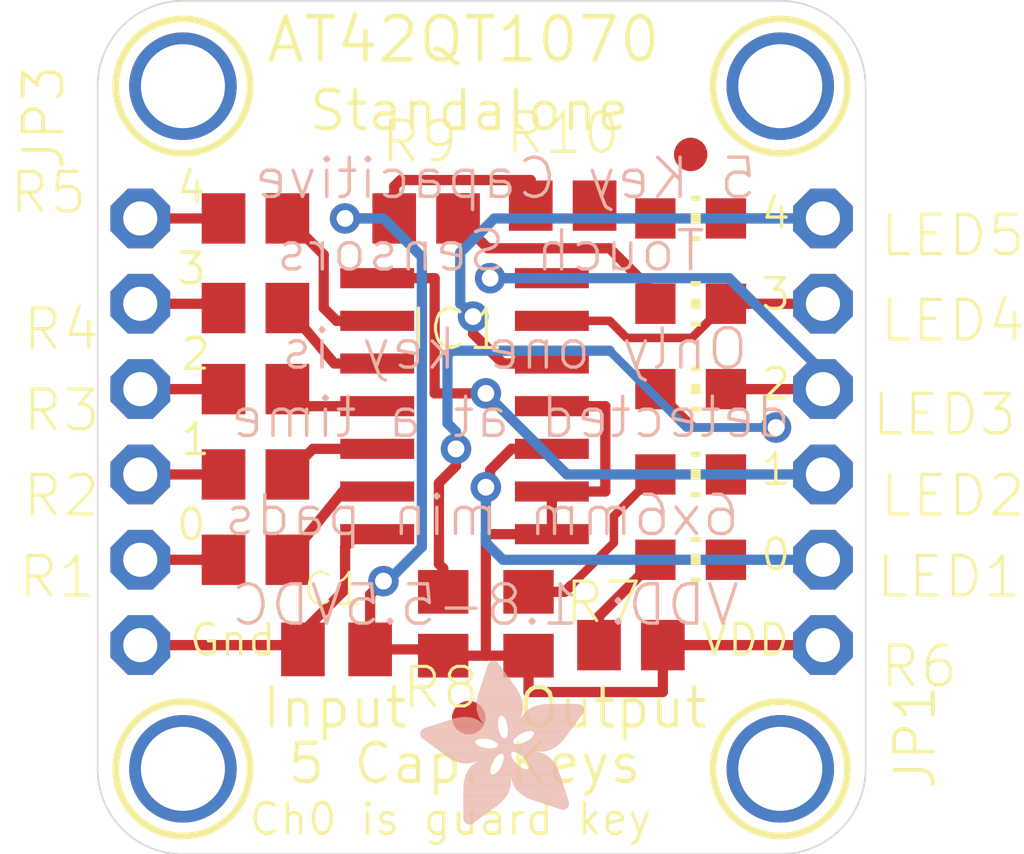
<source format=kicad_pcb>
(kicad_pcb (version 20211014) (generator pcbnew)
  (layers (0 "F.Cu" signal) (31 "B.Cu" signal) (34 "B.Paste" user) (35 "F.Paste" user) (36 "B.SilkS" user "B.Silkscreen") (37 "F.SilkS" user "F.Silkscreen") (38 "B.Mask" user) (39 "F.Mask" user) (44 "Edge.Cuts" user))
  (net 0 "")
  (net 1 "VDD")
  (net 2 "GND")
  (net 3 "N$1")
  (net 4 "N$2")
  (net 5 "N$3")
  (net 6 "N$4")
  (net 7 "N$5")
  (net 8 "GO")
  (net 9 "OUT1")
  (net 10 "OUT2")
  (net 11 "OUT3")
  (net 12 "OUT4")
  (net 13 "N$11")
  (net 14 "N$12")
  (net 15 "N$13")
  (net 16 "N$14")
  (net 17 "N$15")
  (net 18 "N$6")
  (net 19 "N$7")
  (net 20 "N$8")
  (net 21 "N$9")
  (net 22 "N$10")
  (footprint "boardEagle:MOUNTINGHOLE_2.5_PLATED" (layer "F.Cu") (at 139.611099 115.1636)
    (fp_text reference "U$3" hide)
    (fp_text value "MOUNTINGHOLE2.5" hide)
    (pad "P$1" thru_hole circle (at 0 0) (size 3.2 3.2) (drill 2.5) (layers *.Cu *.Mask))
  )
  (footprint "boardEagle:1X06-CLEANBIG" (layer "F.Cu") (at 138.341099 105.1306 -90)
    (fp_text reference "JP3" (at -10.9982 2.8702 90) (layer "F.SilkS") (effects (font (size 1.1557 1.1557) (thickness 0.1143)) (justify right)))
    (fp_text value "")
    (pad "1" thru_hole roundrect (at -6.35 0) (size 1.778 1.778) (drill 1.016) (layers *.Cu *.Mask) (chamfer_ratio 0.2928932188) (chamfer top_left top_right bottom_left bottom_right) (net 22 "N$10"))
    (pad "2" thru_hole roundrect (at -3.81 0) (size 1.778 1.778) (drill 1.016) (layers *.Cu *.Mask) (chamfer_ratio 0.2928932188) (chamfer top_left top_right bottom_left bottom_right) (net 21 "N$9"))
    (pad "3" thru_hole roundrect (at -1.27 0) (size 1.778 1.778) (drill 1.016) (layers *.Cu *.Mask) (chamfer_ratio 0.2928932188) (chamfer top_left top_right bottom_left bottom_right) (net 20 "N$8"))
    (pad "4" thru_hole roundrect (at 1.27 0) (size 1.778 1.778) (drill 1.016) (layers *.Cu *.Mask) (chamfer_ratio 0.2928932188) (chamfer top_left top_right bottom_left bottom_right) (net 19 "N$7"))
    (pad "5" thru_hole roundrect (at 3.81 0) (size 1.778 1.778) (drill 1.016) (layers *.Cu *.Mask) (chamfer_ratio 0.2928932188) (chamfer top_left top_right bottom_left bottom_right) (net 18 "N$6"))
    (pad "6" thru_hole roundrect (at 6.35 0) (size 1.778 1.778) (drill 1.016) (layers *.Cu *.Mask) (chamfer_ratio 0.2928932188) (chamfer top_left top_right bottom_left bottom_right) (net 2 "GND"))
  )
  (footprint "boardEagle:R0805" (layer "F.Cu") (at 141.770099 98.7806)
    (fp_text reference "R5" (at -4.953 -0.762) (layer "F.SilkS") (effects (font (size 1.176528 1.176528) (thickness 0.093472)) (justify right)))
    (fp_text value "10K")
    (pad "1" smd rect (at -0.95 0) (size 1.3 1.5) (layers "F.Cu" "F.Paste" "F.Mask") (net 22 "N$10"))
    (pad "2" smd rect (at 0.95 0) (size 1.3 1.5) (layers "F.Cu" "F.Paste" "F.Mask") (net 7 "N$5"))
  )
  (footprint "boardEagle:R0805" (layer "F.Cu") (at 146.850099 98.7806 180)
    (fp_text reference "R9" (at -1.016 2.286) (layer "F.SilkS") (effects (font (size 1.176528 1.176528) (thickness 0.093472)) (justify right)))
    (fp_text value "470")
    (pad "1" smd rect (at -0.95 0 180) (size 1.3 1.5) (layers "F.Cu" "F.Paste" "F.Mask") (net 16 "N$14"))
    (pad "2" smd rect (at 0.95 0 180) (size 1.3 1.5) (layers "F.Cu" "F.Paste" "F.Mask") (net 1 "VDD"))
  )
  (footprint "boardEagle:R0805" (layer "F.Cu") (at 141.770099 106.4006)
    (fp_text reference "R2" (at -6.985 0.635) (layer "F.SilkS") (effects (font (size 1.176528 1.176528) (thickness 0.093472)) (justify left)))
    (fp_text value "10K")
    (pad "1" smd rect (at -0.95 0) (size 1.3 1.5) (layers "F.Cu" "F.Paste" "F.Mask") (net 19 "N$7"))
    (pad "2" smd rect (at 0.95 0) (size 1.3 1.5) (layers "F.Cu" "F.Paste" "F.Mask") (net 4 "N$2"))
  )
  (footprint "boardEagle:R0805" (layer "F.Cu") (at 147.358099 110.8456 -90)
    (fp_text reference "R8" (at 1.905 -1.143) (layer "F.SilkS") (effects (font (size 1.176528 1.176528) (thickness 0.093472)) (justify right)))
    (fp_text value "470")
    (pad "1" smd rect (at -0.95 0 270) (size 1.3 1.5) (layers "F.Cu" "F.Paste" "F.Mask") (net 15 "N$13"))
    (pad "2" smd rect (at 0.95 0 270) (size 1.3 1.5) (layers "F.Cu" "F.Paste" "F.Mask") (net 1 "VDD"))
  )
  (footprint "boardEagle:SO14" (layer "F.Cu") (at 147.993099 104.3686 90)
    (fp_text reference "IC1" (at 2.286 1.27) (layer "F.SilkS") (effects (font (size 1.176528 1.176528) (thickness 0.093472)) (justify right)))
    (fp_text value "AT42QT1070-SSU")
    (pad "1" smd rect (at -3.81 2.6 90) (size 0.6 2.2) (layers "F.Cu" "F.Paste" "F.Mask") (net 1 "VDD"))
    (pad "2" smd rect (at -2.54 2.6 90) (size 0.6 2.2) (layers "F.Cu" "F.Paste" "F.Mask") (net 1 "VDD"))
    (pad "3" smd rect (at -1.27 2.6 90) (size 0.6 2.2) (layers "F.Cu" "F.Paste" "F.Mask") (net 8 "GO"))
    (pad "4" smd rect (at 0 2.6 90) (size 0.6 2.2) (layers "F.Cu" "F.Paste" "F.Mask") (net 1 "VDD"))
    (pad "5" smd rect (at 1.27 2.6 90) (size 0.6 2.2) (layers "F.Cu" "F.Paste" "F.Mask") (net 12 "OUT4"))
    (pad "6" smd rect (at 2.54 2.6 90) (size 0.6 2.2) (layers "F.Cu" "F.Paste" "F.Mask") (net 11 "OUT3"))
    (pad "7" smd rect (at 3.81 2.6 90) (size 0.6 2.2) (layers "F.Cu" "F.Paste" "F.Mask") (net 10 "OUT2"))
    (pad "8" smd rect (at 3.81 -2.6 90) (size 0.6 2.2) (layers "F.Cu" "F.Paste" "F.Mask") (net 9 "OUT1"))
    (pad "9" smd rect (at 2.54 -2.6 90) (size 0.6 2.2) (layers "F.Cu" "F.Paste" "F.Mask") (net 7 "N$5"))
    (pad "10" smd rect (at 1.27 -2.6 90) (size 0.6 2.2) (layers "F.Cu" "F.Paste" "F.Mask") (net 6 "N$4"))
    (pad "11" smd rect (at 0 -2.6 90) (size 0.6 2.2) (layers "F.Cu" "F.Paste" "F.Mask") (net 5 "N$3"))
    (pad "12" smd rect (at -1.27 -2.6 90) (size 0.6 2.2) (layers "F.Cu" "F.Paste" "F.Mask") (net 4 "N$2"))
    (pad "13" smd rect (at -2.54 -2.6 90) (size 0.6 2.2) (layers "F.Cu" "F.Paste" "F.Mask") (net 3 "N$1"))
    (pad "14" smd rect (at -3.81 -2.6 90) (size 0.6 2.2) (layers "F.Cu" "F.Paste" "F.Mask") (net 2 "GND"))
  )
  (footprint "boardEagle:CHIP-LED0805" (layer "F.Cu") (at 154.724099 98.7806 -90)
    (fp_text reference "LED5" (at 0.508 -5.588) (layer "F.SilkS") (effects (font (size 1.176528 1.176528) (thickness 0.093472)) (justify left)))
    (fp_text value "")
    (pad "A" smd rect (at 0 1.05 270) (size 1.2 1.2) (layers "F.Cu" "F.Paste" "F.Mask") (net 17 "N$15"))
    (pad "C" smd rect (at 0 -1.05 270) (size 1.2 1.2) (layers "F.Cu" "F.Paste" "F.Mask") (net 12 "OUT4"))
  )
  (footprint "boardEagle:CHIP-LED0805" (layer "F.Cu") (at 154.724099 106.4006 -90)
    (fp_text reference "LED2" (at 0.635 -5.588) (layer "F.SilkS") (effects (font (size 1.176528 1.176528) (thickness 0.093472)) (justify left)))
    (fp_text value "")
    (pad "A" smd rect (at 0 1.05 270) (size 1.2 1.2) (layers "F.Cu" "F.Paste" "F.Mask") (net 14 "N$12"))
    (pad "C" smd rect (at 0 -1.05 270) (size 1.2 1.2) (layers "F.Cu" "F.Paste" "F.Mask") (net 9 "OUT1"))
  )
  (footprint "boardEagle:MOUNTINGHOLE_2.5_PLATED" (layer "F.Cu") (at 139.611099 94.8436)
    (fp_text reference "U$1" hide)
    (fp_text value "MOUNTINGHOLE2.5" hide)
    (pad "P$1" thru_hole circle (at 0 0) (size 3.2 3.2) (drill 2.5) (layers *.Cu *.Mask))
  )
  (footprint "boardEagle:R0805" (layer "F.Cu") (at 150.914099 98.3996 180)
    (fp_text reference "R10" (at -1.778 2.159) (layer "F.SilkS") (effects (font (size 1.176528 1.176528) (thickness 0.093472)) (justify right)))
    (fp_text value "470")
    (pad "1" smd rect (at -0.95 0 180) (size 1.3 1.5) (layers "F.Cu" "F.Paste" "F.Mask") (net 17 "N$15"))
    (pad "2" smd rect (at 0.95 0 180) (size 1.3 1.5) (layers "F.Cu" "F.Paste" "F.Mask") (net 1 "VDD"))
  )
  (footprint "boardEagle:CHIP-LED0805" (layer "F.Cu") (at 154.724099 101.3206 -90)
    (fp_text reference "LED4" (at 0.508 -5.588) (layer "F.SilkS") (effects (font (size 1.176528 1.176528) (thickness 0.093472)) (justify left)))
    (fp_text value "")
    (pad "A" smd rect (at 0 1.05 270) (size 1.2 1.2) (layers "F.Cu" "F.Paste" "F.Mask") (net 16 "N$14"))
    (pad "C" smd rect (at 0 -1.05 270) (size 1.2 1.2) (layers "F.Cu" "F.Paste" "F.Mask") (net 11 "OUT3"))
  )
  (footprint "boardEagle:1X06-CLEANBIG" (layer "F.Cu") (at 158.661099 105.1306 90)
    (fp_text reference "JP1" (at -10.7442 2.7432 90) (layer "F.SilkS") (effects (font (size 1.1557 1.1557) (thickness 0.1143)) (justify left)))
    (fp_text value "")
    (pad "1" thru_hole roundrect (at -6.35 0 180) (size 1.778 1.778) (drill 1.016) (layers *.Cu *.Mask) (chamfer_ratio 0.2928932188) (chamfer top_left top_right bottom_left bottom_right) (net 1 "VDD"))
    (pad "2" thru_hole roundrect (at -3.81 0 180) (size 1.778 1.778) (drill 1.016) (layers *.Cu *.Mask) (chamfer_ratio 0.2928932188) (chamfer top_left top_right bottom_left bottom_right) (net 8 "GO"))
    (pad "3" thru_hole roundrect (at -1.27 0 180) (size 1.778 1.778) (drill 1.016) (layers *.Cu *.Mask) (chamfer_ratio 0.2928932188) (chamfer top_left top_right bottom_left bottom_right) (net 9 "OUT1"))
    (pad "4" thru_hole roundrect (at 1.27 0 180) (size 1.778 1.778) (drill 1.016) (layers *.Cu *.Mask) (chamfer_ratio 0.2928932188) (chamfer top_left top_right bottom_left bottom_right) (net 10 "OUT2"))
    (pad "5" thru_hole roundrect (at 3.81 0 180) (size 1.778 1.778) (drill 1.016) (layers *.Cu *.Mask) (chamfer_ratio 0.2928932188) (chamfer top_left top_right bottom_left bottom_right) (net 11 "OUT3"))
    (pad "6" thru_hole roundrect (at 6.35 0 180) (size 1.778 1.778) (drill 1.016) (layers *.Cu *.Mask) (chamfer_ratio 0.2928932188) (chamfer top_left top_right bottom_left bottom_right) (net 12 "OUT4"))
  )
  (footprint "boardEagle:MOUNTINGHOLE_2.5_PLATED" (layer "F.Cu") (at 157.391099 115.1636)
    (fp_text reference "U$4" hide)
    (fp_text value "MOUNTINGHOLE2.5" hide)
    (pad "P$1" thru_hole circle (at 0 0) (size 3.2 3.2) (drill 2.5) (layers *.Cu *.Mask))
  )
  (footprint "boardEagle:R0805" (layer "F.Cu") (at 141.770099 108.9406)
    (fp_text reference "R1" (at -7.112 0.508) (layer "F.SilkS") (effects (font (size 1.176528 1.176528) (thickness 0.093472)) (justify left)))
    (fp_text value "10K")
    (pad "1" smd rect (at -0.95 0) (size 1.3 1.5) (layers "F.Cu" "F.Paste" "F.Mask") (net 18 "N$6"))
    (pad "2" smd rect (at 0.95 0) (size 1.3 1.5) (layers "F.Cu" "F.Paste" "F.Mask") (net 3 "N$1"))
  )
  (footprint "boardEagle:R0805" (layer "F.Cu") (at 152.946099 111.4806)
    (fp_text reference "R6" (at 7.366 0.635) (layer "F.SilkS") (effects (font (size 1.176528 1.176528) (thickness 0.093472)) (justify left)))
    (fp_text value "470")
    (pad "1" smd rect (at -0.95 0) (size 1.3 1.5) (layers "F.Cu" "F.Paste" "F.Mask") (net 13 "N$11"))
    (pad "2" smd rect (at 0.95 0) (size 1.3 1.5) (layers "F.Cu" "F.Paste" "F.Mask") (net 1 "VDD"))
  )
  (footprint "boardEagle:CHIP-LED0805" (layer "F.Cu") (at 154.724099 103.8606 -90)
    (fp_text reference "LED3" (at 0.762 -5.334) (layer "F.SilkS") (effects (font (size 1.176528 1.176528) (thickness 0.093472)) (justify left)))
    (fp_text value "")
    (pad "A" smd rect (at 0 1.05 270) (size 1.2 1.2) (layers "F.Cu" "F.Paste" "F.Mask") (net 15 "N$13"))
    (pad "C" smd rect (at 0 -1.05 270) (size 1.2 1.2) (layers "F.Cu" "F.Paste" "F.Mask") (net 10 "OUT2"))
  )
  (footprint "boardEagle:R0805" (layer "F.Cu") (at 149.898099 110.8456 -90)
    (fp_text reference "R7" (at -0.635 -1.016) (layer "F.SilkS") (effects (font (size 1.176528 1.176528) (thickness 0.093472)) (justify left)))
    (fp_text value "470")
    (pad "1" smd rect (at -0.95 0 270) (size 1.3 1.5) (layers "F.Cu" "F.Paste" "F.Mask") (net 14 "N$12"))
    (pad "2" smd rect (at 0.95 0 270) (size 1.3 1.5) (layers "F.Cu" "F.Paste" "F.Mask") (net 1 "VDD"))
  )
  (footprint "boardEagle:CHIP-LED0805" (layer "F.Cu") (at 154.724099 108.9406 -90)
    (fp_text reference "LED1" (at 0.508 -5.461) (layer "F.SilkS") (effects (font (size 1.176528 1.176528) (thickness 0.093472)) (justify left)))
    (fp_text value "")
    (pad "A" smd rect (at 0 1.05 270) (size 1.2 1.2) (layers "F.Cu" "F.Paste" "F.Mask") (net 13 "N$11"))
    (pad "C" smd rect (at 0 -1.05 270) (size 1.2 1.2) (layers "F.Cu" "F.Paste" "F.Mask") (net 8 "GO"))
  )
  (footprint "boardEagle:C0805K" (layer "F.Cu") (at 144.183099 111.6076 180)
    (fp_text reference "C1" (at -0.873 1.792) (layer "F.SilkS") (effects (font (size 0.941222 0.941222) (thickness 0.074778)) (justify right)))
    (fp_text value "0.1uF")
    (pad "1" smd rect (at -1 0 180) (size 1.3 1.6) (layers "F.Cu" "F.Paste" "F.Mask") (net 1 "VDD"))
    (pad "2" smd rect (at 1 0 180) (size 1.3 1.6) (layers "F.Cu" "F.Paste" "F.Mask") (net 2 "GND"))
  )
  (footprint "boardEagle:FIDUCIAL_1MM" (layer "F.Cu") (at 154.724099 96.8756)
    (fp_text reference "FID1" hide)
    (fp_text value "FIDUCIAL\"\"" hide)
    (pad "1" smd roundrect (at 0 0) (size 1 1) (layers "F.Cu" "F.Mask") (roundrect_rratio 0.5))
  )
  (footprint "boardEagle:R0805" (layer "F.Cu") (at 141.770099 101.4476)
    (fp_text reference "R4" (at -6.985 0.635) (layer "F.SilkS") (effects (font (size 1.176528 1.176528) (thickness 0.093472)) (justify left)))
    (fp_text value "10K")
    (pad "1" smd rect (at -0.95 0) (size 1.3 1.5) (layers "F.Cu" "F.Paste" "F.Mask") (net 21 "N$9"))
    (pad "2" smd rect (at 0.95 0) (size 1.3 1.5) (layers "F.Cu" "F.Paste" "F.Mask") (net 6 "N$4"))
  )
  (footprint "boardEagle:FIDUCIAL_1MM" (layer "F.Cu") (at 148.120099 113.6396)
    (fp_text reference "FID2" hide)
    (fp_text value "FIDUCIAL\"\"" hide)
    (pad "1" smd roundrect (at 0 0) (size 1 1) (layers "F.Cu" "F.Mask") (roundrect_rratio 0.5))
  )
  (footprint "boardEagle:MOUNTINGHOLE_2.5_PLATED" (layer "F.Cu") (at 157.391099 94.8436)
    (fp_text reference "U$2" hide)
    (fp_text value "MOUNTINGHOLE2.5" hide)
    (pad "P$1" thru_hole circle (at 0 0) (size 3.2 3.2) (drill 2.5) (layers *.Cu *.Mask))
  )
  (footprint "boardEagle:R0805" (layer "F.Cu") (at 141.770099 103.8606)
    (fp_text reference "R3" (at -6.985 0.635) (layer "F.SilkS") (effects (font (size 1.176528 1.176528) (thickness 0.093472)) (justify left)))
    (fp_text value "10K")
    (pad "1" smd rect (at -0.95 0) (size 1.3 1.5) (layers "F.Cu" "F.Paste" "F.Mask") (net 20 "N$8"))
    (pad "2" smd rect (at 0.95 0) (size 1.3 1.5) (layers "F.Cu" "F.Paste" "F.Mask") (net 5 "N$3"))
  )
  (footprint "boardEagle:ADAFRUIT_5MM" (layer "B.Cu") (at 151.549099 116.8146 180)
    (fp_text reference "U$6" hide)
    (fp_text value "" hide)
  )
  (gr_arc (start 157.391099 92.3036) (mid 159.18715 93.047549) (end 159.931099 94.8436) (layer "Edge.Cuts") (width 0.05))
  (gr_line (start 157.391099 92.3036) (end 139.611099 92.3036) (layer "Edge.Cuts") (width 0.05))
  (gr_line (start 139.611099 117.7036) (end 157.391099 117.7036) (layer "Edge.Cuts") (width 0.05))
  (gr_line (start 159.931099 115.1636) (end 159.931099 94.8436) (layer "Edge.Cuts") (width 0.05))
  (gr_line (start 137.071099 94.8436) (end 137.071099 115.1636) (layer "Edge.Cuts") (width 0.05))
  (gr_arc (start 139.6111 117.703599) (mid 137.815048 116.959651) (end 137.071099 115.1636) (layer "Edge.Cuts") (width 0.05))
  (gr_arc (start 137.071099 94.8436) (mid 137.815048 93.047549) (end 139.611099 92.3036) (layer "Edge.Cuts") (width 0.05))
  (gr_arc (start 159.9311 115.163599) (mid 159.187151 116.959651) (end 157.391099 117.7036) (layer "Edge.Cuts") (width 0.05))
  (gr_text "5 Key Capacitive" (at 156.756099 98.2726) (layer "B.SilkS") (effects (font (size 1.1684 1.1684) (thickness 0.1016)) (justify left bottom mirror)))
  (gr_text "VDD: 1.8-5.5VDC" (at 156.248099 110.9726) (layer "B.SilkS") (effects (font (size 1.1684 1.1684) (thickness 0.1016)) (justify left bottom mirror)))
  (gr_text "Only one key is" (at 156.502099 103.3526) (layer "B.SilkS") (effects (font (size 1.1684 1.1684) (thickness 0.1016)) (justify left bottom mirror)))
  (gr_text "detected at a time" (at 157.772099 105.3846) (layer "B.SilkS") (effects (font (size 1.1684 1.1684) (thickness 0.1016)) (justify left bottom mirror)))
  (gr_text "6x6mm min pads" (at 156.248099 108.3056) (layer "B.SilkS") (effects (font (size 1.1684 1.1684) (thickness 0.1016)) (justify left bottom mirror)))
  (gr_text "Touch Sensors" (at 155.232099 100.4316) (layer "B.SilkS") (effects (font (size 1.1684 1.1684) (thickness 0.1016)) (justify left bottom mirror)))
  (gr_text "4" (at 156.756099 99.1616) (layer "F.SilkS") (effects (font (size 0.9144 0.9144) (thickness 0.1016)) (justify left bottom)))
  (gr_text "Gnd" (at 139.738099 111.8616) (layer "F.SilkS") (effects (font (size 0.9144 0.9144) (thickness 0.1016)) (justify left bottom)))
  (gr_text "2" (at 139.484099 103.3526) (layer "F.SilkS") (effects (font (size 0.9144 0.9144) (thickness 0.1016)) (justify left bottom)))
  (gr_text "0" (at 139.357099 108.4326) (layer "F.SilkS") (effects (font (size 0.9144 0.9144) (thickness 0.1016)) (justify left bottom)))
  (gr_text "Standalone" (at 143.294099 96.2406) (layer "F.SilkS") (effects (font (size 1.143 1.143) (thickness 0.127)) (justify left bottom)))
  (gr_text "VDD" (at 154.978099 111.8616) (layer "F.SilkS") (effects (font (size 0.9144 0.9144) (thickness 0.1016)) (justify left bottom)))
  (gr_text "0" (at 156.756099 109.3216) (layer "F.SilkS") (effects (font (size 0.9144 0.9144) (thickness 0.1016)) (justify left bottom)))
  (gr_text "AT42QT1070" (at 142.024099 94.2086) (layer "F.SilkS") (effects (font (size 1.28016 1.28016) (thickness 0.14224)) (justify left bottom)))
  (gr_text "5 Cap. Keys" (at 142.659099 115.6716) (layer "F.SilkS") (effects (font (size 1.143 1.143) (thickness 0.127)) (justify left bottom)))
  (gr_text "1" (at 139.484099 105.8926) (layer "F.SilkS") (effects (font (size 0.9144 0.9144) (thickness 0.1016)) (justify left bottom)))
  (gr_text "Input" (at 141.897099 114.0206) (layer "F.SilkS") (effects (font (size 1.143 1.143) (thickness 0.127)) (justify left bottom)))
  (gr_text "Output" (at 149.517099 114.0206) (layer "F.SilkS") (effects (font (size 1.143 1.143) (thickness 0.127)) (justify left bottom)))
  (gr_text "2" (at 156.756099 104.2416) (layer "F.SilkS") (effects (font (size 0.9144 0.9144) (thickness 0.1016)) (justify left bottom)))
  (gr_text "4" (at 139.357099 98.3996) (layer "F.SilkS") (effects (font (size 0.9144 0.9144) (thickness 0.1016)) (justify left bottom)))
  (gr_text "3" (at 156.756099 101.5746) (layer "F.SilkS") (effects (font (size 0.9144 0.9144) (thickness 0.1016)) (justify left bottom)))
  (gr_text "Ch0 is guard key" (at 141.516099 117.1956) (layer "F.SilkS") (effects (font (size 0.9144 0.9144) (thickness 0.1016)) (justify left bottom)))
  (gr_text "1" (at 156.756099 106.7816) (layer "F.SilkS") (effects (font (size 0.9144 0.9144) (thickness 0.1016)) (justify left bottom)))
  (gr_text "3" (at 139.357099 100.8126) (layer "F.SilkS") (effects (font (size 0.9144 0.9144) (thickness 0.1016)) (justify left bottom)))
  (segment (start 149.898099 112.8776) (end 149.898099 111.7956) (width 0.3048) (layer "F.Cu") (net 1))
  (segment (start 152.184099 106.9086) (end 152.184099 104.3686) (width 0.3048) (layer "F.Cu") (net 1))
  (segment (start 153.896099 112.8776) (end 149.898099 112.8776) (width 0.3048) (layer "F.Cu") (net 1))
  (segment (start 148.628099 108.1786) (end 148.628099 111.7956) (width 0.3048) (layer "F.Cu") (net 1))
  (segment (start 147.170099 111.6076) (end 145.183099 111.6076) (width 0.3048) (layer "F.Cu") (net 1))
  (segment (start 145.183099 109.9726) (end 145.183099 111.6076) (width 0.3048) (layer "F.Cu") (net 1))
  (segment (start 153.896099 111.4806) (end 153.896099 112.8776) (width 0.3048) (layer "F.Cu") (net 1))
  (segment (start 147.358099 111.7956) (end 147.170099 111.6076) (width 0.3048) (layer "F.Cu") (net 1))
  (segment (start 145.580099 109.5756) (end 145.183099 109.9726) (width 0.3048) (layer "F.Cu") (net 1))
  (segment (start 150.593099 106.9086) (end 152.184099 106.9086) (width 0.3048) (layer "F.Cu") (net 1))
  (segment (start 147.358099 111.7956) (end 148.628099 111.7956) (width 0.3048) (layer "F.Cu") (net 1))
  (segment (start 150.593099 108.1786) (end 148.628099 108.1786) (width 0.3048) (layer "F.Cu") (net 1))
  (segment (start 149.964099 98.3996) (end 149.964099 97.6376) (width 0.3048) (layer "F.Cu") (net 1))
  (segment (start 152.184099 104.3686) (end 150.593099 104.3686) (width 0.3048) (layer "F.Cu") (net 1))
  (segment (start 150.593099 108.1786) (end 150.593099 106.9086) (width 0.3048) (layer "F.Cu") (net 1))
  (segment (start 149.964099 97.6376) (end 146.088099 97.6376) (width 0.3048) (layer "F.Cu") (net 1))
  (segment (start 144.437099 98.7806) (end 145.900099 98.7806) (width 0.3048) (layer "F.Cu") (net 1))
  (segment (start 146.088099 97.6376) (end 145.900099 97.8256) (width 0.3048) (layer "F.Cu") (net 1))
  (segment (start 153.896099 111.4806) (end 158.661099 111.4806) (width 0.3048) (layer "F.Cu") (net 1))
  (segment (start 145.900099 97.8256) (end 145.900099 98.7806) (width 0.3048) (layer "F.Cu") (net 1))
  (segment (start 148.628099 111.7956) (end 149.898099 111.7956) (width 0.3048) (layer "F.Cu") (net 1))
  (via (at 144.437099 98.7806) (size 0.9064) (drill 0.5) (layers "F.Cu" "B.Cu") (net 1))
  (via (at 145.580099 109.5756) (size 0.9064) (drill 0.5) (layers "F.Cu" "B.Cu") (net 1))
  (segment (start 146.723099 99.9236) (end 145.580099 98.7806) (width 0.3048) (layer "B.Cu") (net 1))
  (segment (start 145.580099 98.7806) (end 144.437099 98.7806) (width 0.3048) (layer "B.Cu") (net 1))
  (segment (start 145.707099 109.5756) (end 145.580099 109.5756) (width 0.3048) (layer "B.Cu") (net 1))
  (segment (start 146.723099 99.9236) (end 146.723099 108.5596) (width 0.3048) (layer "B.Cu") (net 1))
  (segment (start 146.723099 108.5596) (end 145.707099 109.5756) (width 0.3048) (layer "B.Cu") (net 1))
  (segment (start 143.183099 111.4806) (end 138.341099 111.4806) (width 0.3048) (layer "F.Cu") (net 2))
  (segment (start 144.437099 109.8296) (end 144.437099 108.5596) (width 0.3048) (layer "F.Cu") (net 2))
  (segment (start 143.183099 111.4806) (end 143.183099 111.6076) (width 0.3048) (layer "F.Cu") (net 2))
  (segment (start 144.437099 108.5596) (end 144.818099 108.1786) (width 0.3048) (layer "F.Cu") (net 2))
  (segment (start 144.437099 109.8296) (end 143.294099 110.9726) (width 0.3048) (layer "F.Cu") (net 2))
  (segment (start 145.393099 108.1786) (end 145.580099 108.1786) (width 0.3048) (layer "F.Cu") (net 2))
  (segment (start 143.294099 111.4966) (end 143.183099 111.6076) (width 0.3048) (layer "F.Cu") (net 2))
  (segment (start 144.818099 108.1786) (end 145.393099 108.1786) (width 0.3048) (layer "F.Cu") (net 2))
  (segment (start 143.294099 110.9726) (end 143.294099 111.4966) (width 0.3048) (layer "F.Cu") (net 2))
  (segment (start 144.371099 106.9086) (end 142.720099 108.9406) (width 0.3048) (layer "F.Cu") (net 3))
  (segment (start 145.393099 106.9086) (end 144.371099 106.9086) (width 0.3048) (layer "F.Cu") (net 3))
  (segment (start 145.393099 105.6386) (end 143.482099 105.6386) (width 0.3048) (layer "F.Cu") (net 4))
  (segment (start 143.482099 105.6386) (end 142.720099 106.4006) (width 0.3048) (layer "F.Cu") (net 4))
  (segment (start 142.720099 103.8606) (end 143.228099 104.3686) (width 0.3048) (layer "F.Cu") (net 5))
  (segment (start 143.228099 104.3686) (end 145.393099 104.3686) (width 0.3048) (layer "F.Cu") (net 5))
  (segment (start 145.393099 103.0986) (end 144.117099 103.0986) (width 0.3048) (layer "F.Cu") (net 6))
  (segment (start 144.117099 103.0986) (end 142.720099 101.4476) (width 0.3048) (layer "F.Cu") (net 6))
  (segment (start 143.802099 99.8626) (end 142.720099 98.7806) (width 0.3048) (layer "F.Cu") (net 7))
  (segment (start 144.183099 101.8286) (end 143.802099 101.4476) (width 0.3048) (layer "F.Cu") (net 7))
  (segment (start 145.393099 101.8286) (end 144.183099 101.8286) (width 0.3048) (layer "F.Cu") (net 7))
  (segment (start 143.802099 101.4476) (end 143.802099 99.8626) (width 0.3048) (layer "F.Cu") (net 7))
  (segment (start 148.755099 106.2736) (end 148.755099 106.6546) (width 0.3048) (layer "F.Cu") (net 8))
  (segment (start 150.593099 105.6386) (end 149.390099 105.6386) (width 0.3048) (layer "F.Cu") (net 8))
  (segment (start 155.774099 108.9406) (end 158.661099 108.9406) (width 0.254) (layer "F.Cu") (net 8))
  (segment (start 149.390099 105.6386) (end 148.755099 106.2736) (width 0.3048) (layer "F.Cu") (net 8))
  (segment (start 148.755099 106.6546) (end 148.628099 106.7816) (width 0.3048) (layer "F.Cu") (net 8))
  (via (at 148.628099 106.7816) (size 0.9064) (drill 0.5) (layers "F.Cu" "B.Cu") (net 8))
  (segment (start 149.136099 108.9406) (end 158.661099 108.9406) (width 0.3048) (layer "B.Cu") (net 8))
  (segment (start 148.628099 108.4326) (end 149.136099 108.9406) (width 0.3048) (layer "B.Cu") (net 8))
  (segment (start 158.153099 108.9746) (end 158.187099 108.9406) (width 0.3048) (layer "B.Cu") (net 8))
  (segment (start 148.628099 106.7816) (end 148.628099 108.4326) (width 0.3048) (layer "B.Cu") (net 8))
  (segment (start 158.534099 109.0676) (end 158.661099 108.9406) (width 0.3048) (layer "B.Cu") (net 8))
  (segment (start 158.187099 108.9406) (end 158.661099 108.9406) (width 0.3048) (layer "B.Cu") (net 8))
  (segment (start 155.774099 106.4006) (end 158.661099 106.4006) (width 0.254) (layer "F.Cu") (net 9))
  (segment (start 145.393099 100.5586) (end 147.104099 100.5586) (width 0.3048) (layer "F.Cu") (net 9))
  (segment (start 147.104099 100.5586) (end 147.104099 103.9876) (width 0.3048) (layer "F.Cu") (net 9))
  (segment (start 147.104099 103.9876) (end 148.628099 103.9876) (width 0.3048) (layer "F.Cu") (net 9))
  (via (at 148.628099 103.9876) (size 0.9064) (drill 0.5) (layers "F.Cu" "B.Cu") (net 9))
  (segment (start 151.041099 106.4006) (end 148.628099 103.9876) (width 0.3048) (layer "B.Cu") (net 9))
  (segment (start 151.041099 106.4006) (end 158.661099 106.4006) (width 0.3048) (layer "B.Cu") (net 9))
  (segment (start 155.774099 103.8606) (end 158.661099 103.8606) (width 0.3048) (layer "F.Cu") (net 10))
  (segment (start 150.593099 100.5586) (end 148.755099 100.5586) (width 0.3048) (layer "F.Cu") (net 10))
  (via (at 148.755099 100.5586) (size 0.9064) (drill 0.5) (layers "F.Cu" "B.Cu") (net 10))
  (segment (start 155.867099 100.5586) (end 158.661099 103.3526) (width 0.3048) (layer "B.Cu") (net 10))
  (segment (start 148.755099 100.5586) (end 155.867099 100.5586) (width 0.3048) (layer "B.Cu") (net 10))
  (segment (start 158.661099 103.3526) (end 158.661099 103.8606) (width 0.3048) (layer "B.Cu") (net 10))
  (segment (start 154.758099 102.3366) (end 152.819099 102.3366) (width 0.254) (layer "F.Cu") (net 11))
  (segment (start 152.311099 101.8286) (end 150.593099 101.8286) (width 0.254) (layer "F.Cu") (net 11))
  (segment (start 155.774099 101.3206) (end 154.758099 102.3366) (width 0.254) (layer "F.Cu") (net 11))
  (segment (start 152.819099 102.3366) (end 152.311099 101.8286) (width 0.254) (layer "F.Cu") (net 11))
  (segment (start 155.774099 101.3206) (end 158.661099 101.3206) (width 0.3048) (layer "F.Cu") (net 11))
  (segment (start 149.136099 103.0986) (end 148.247099 102.2096) (width 0.3048) (layer "F.Cu") (net 12))
  (segment (start 148.247099 102.2096) (end 148.247099 101.7016) (width 0.3048) (layer "F.Cu") (net 12))
  (segment (start 155.774099 98.7806) (end 158.661099 98.7806) (width 0.3048) (layer "F.Cu") (net 12))
  (segment (start 149.136099 103.0986) (end 150.593099 103.0986) (width 0.3048) (layer "F.Cu") (net 12))
  (via (at 148.247099 101.7016) (size 0.9064) (drill 0.5) (layers "F.Cu" "B.Cu") (net 12))
  (segment (start 148.882099 98.7806) (end 147.866099 99.7966) (width 0.3048) (layer "B.Cu") (net 12))
  (segment (start 147.866099 99.7966) (end 147.866099 101.3206) (width 0.3048) (layer "B.Cu") (net 12))
  (segment (start 147.866099 101.3206) (end 148.247099 101.7016) (width 0.3048) (layer "B.Cu") (net 12))
  (segment (start 148.882099 98.7806) (end 158.661099 98.7806) (width 0.3048) (layer "B.Cu") (net 12))
  (segment (start 151.996099 110.6186) (end 151.996099 111.4806) (width 0.3048) (layer "F.Cu") (net 13))
  (segment (start 153.674099 108.9406) (end 151.996099 110.6186) (width 0.3048) (layer "F.Cu") (net 13))
  (segment (start 150.975099 109.8956) (end 149.898099 109.8956) (width 0.3048) (layer "F.Cu") (net 14))
  (segment (start 152.438099 108.4326) (end 151.168099 109.7026) (width 0.254) (layer "F.Cu") (net 14))
  (segment (start 151.168099 109.7026) (end 150.975099 109.8956) (width 0.3048) (layer "F.Cu") (net 14))
  (segment (start 153.674099 106.4006) (end 152.438099 107.6366) (width 0.254) (layer "F.Cu") (net 14))
  (segment (start 152.438099 107.6366) (end 152.438099 108.4326) (width 0.254) (layer "F.Cu") (net 14))
  (segment (start 147.231099 106.6546) (end 147.231099 109.0676) (width 0.3048) (layer "F.Cu") (net 15))
  (segment (start 147.358099 109.1946) (end 147.358099 109.8956) (width 0.3048) (layer "F.Cu") (net 15))
  (segment (start 147.739099 106.1466) (end 147.231099 106.6546) (width 0.3048) (layer "F.Cu") (net 15))
  (segment (start 147.231099 109.0676) (end 147.358099 109.1946) (width 0.3048) (layer "F.Cu") (net 15))
  (segment (start 147.739099 106.1466) (end 147.739099 105.6386) (width 0.3048) (layer "F.Cu") (net 15))
  (segment (start 157.264099 105.0036) (end 154.817099 105.0036) (width 0.254) (layer "F.Cu") (net 15))
  (segment (start 154.817099 105.0036) (end 153.674099 103.8606) (width 0.254) (layer "F.Cu") (net 15))
  (via (at 147.739099 105.6386) (size 0.9064) (drill 0.5) (layers "F.Cu" "B.Cu") (net 15))
  (via (at 157.264099 105.0036) (size 0.9064) (drill 0.5) (layers "F.Cu" "B.Cu") (net 15))
  (segment (start 154.597099 105.0036) (end 157.264099 105.0036) (width 0.254) (layer "B.Cu") (net 15))
  (segment (start 152.311099 102.7176) (end 154.597099 105.0036) (width 0.254) (layer "B.Cu") (net 15))
  (segment (start 147.612099 102.7176) (end 147.485099 102.8446) (width 0.3048) (layer "B.Cu") (net 15))
  (segment (start 147.739099 105.1306) (end 147.739099 105.6386) (width 0.3048) (layer "B.Cu") (net 15))
  (segment (start 152.311099 102.7176) (end 147.612099 102.7176) (width 0.3048) (layer "B.Cu") (net 15))
  (segment (start 147.485099 102.8446) (end 147.485099 104.8766) (width 0.3048) (layer "B.Cu") (net 15))
  (segment (start 147.485099 104.8766) (end 147.739099 105.1306) (width 0.3048) (layer "B.Cu") (net 15))
  (segment (start 152.311099 99.6696) (end 153.674099 101.0326) (width 0.3048) (layer "F.Cu") (net 16))
  (segment (start 148.689099 99.6696) (end 152.311099 99.6696) (width 0.3048) (layer "F.Cu") (net 16))
  (segment (start 153.674099 101.0326) (end 153.674099 101.3206) (width 0.3048) (layer "F.Cu") (net 16))
  (segment (start 147.800099 98.7806) (end 148.689099 99.6696) (width 0.3048) (layer "F.Cu") (net 16))
  (segment (start 151.864099 98.3996) (end 152.245099 98.7806) (width 0.3048) (layer "F.Cu") (net 17))
  (segment (start 152.245099 98.7806) (end 153.674099 98.7806) (width 0.3048) (layer "F.Cu") (net 17))
  (segment (start 140.820099 108.9406) (end 138.341099 108.9406) (width 0.3048) (layer "F.Cu") (net 18))
  (segment (start 140.820099 106.4006) (end 138.341099 106.4006) (width 0.3048) (layer "F.Cu") (net 19))
  (segment (start 140.820099 103.8606) (end 138.341099 103.8606) (width 0.3048) (layer "F.Cu") (net 20))
  (segment (start 140.693099 101.3206) (end 140.820099 101.4476) (width 0.3048) (layer "F.Cu") (net 21))
  (segment (start 138.341099 101.3206) (end 140.693099 101.3206) (width 0.3048) (layer "F.Cu") (net 21))
  (segment (start 140.820099 98.7806) (end 138.341099 98.7806) (width 0.3048) (layer "F.Cu") (net 22))
)
</source>
